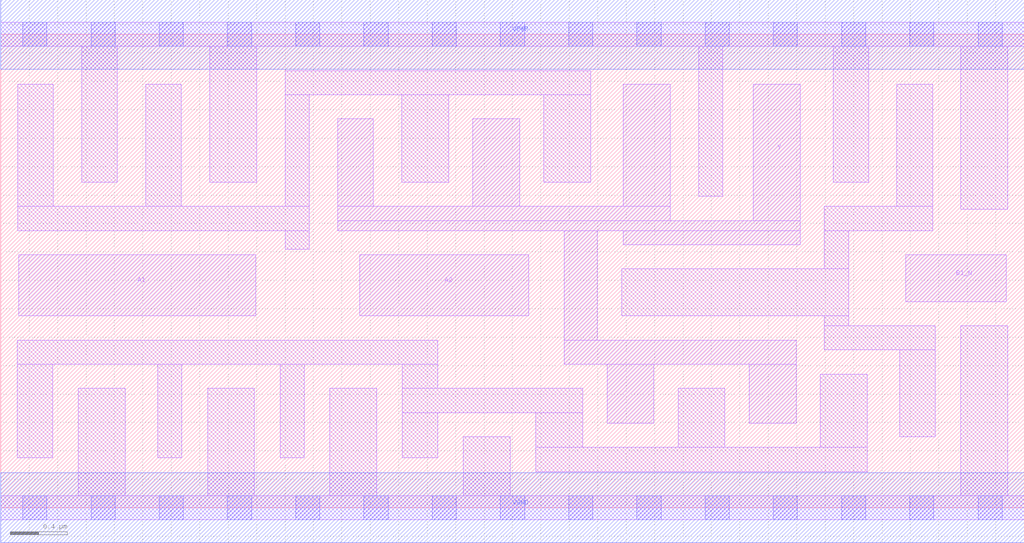
<source format=lef>
# Copyright 2020 The SkyWater PDK Authors
#
# Licensed under the Apache License, Version 2.0 (the "License");
# you may not use this file except in compliance with the License.
# You may obtain a copy of the License at
#
#     https://www.apache.org/licenses/LICENSE-2.0
#
# Unless required by applicable law or agreed to in writing, software
# distributed under the License is distributed on an "AS IS" BASIS,
# WITHOUT WARRANTIES OR CONDITIONS OF ANY KIND, either express or implied.
# See the License for the specific language governing permissions and
# limitations under the License.
#
# SPDX-License-Identifier: Apache-2.0

VERSION 5.5 ;
NAMESCASESENSITIVE ON ;
BUSBITCHARS "[]" ;
DIVIDERCHAR "/" ;
MACRO sky130_fd_sc_ls__o21bai_4
  CLASS CORE ;
  SOURCE USER ;
  ORIGIN  0.000000  0.000000 ;
  SIZE  7.200000 BY  3.330000 ;
  SYMMETRY X Y ;
  SITE unit ;
  PIN A1
    ANTENNAGATEAREA  1.116000 ;
    DIRECTION INPUT ;
    USE SIGNAL ;
    PORT
      LAYER li1 ;
        RECT 0.125000 1.350000 1.795000 1.780000 ;
    END
  END A1
  PIN A2
    ANTENNAGATEAREA  1.116000 ;
    DIRECTION INPUT ;
    USE SIGNAL ;
    PORT
      LAYER li1 ;
        RECT 2.525000 1.350000 3.715000 1.780000 ;
    END
  END A2
  PIN B1_N
    ANTENNAGATEAREA  0.363000 ;
    DIRECTION INPUT ;
    USE SIGNAL ;
    PORT
      LAYER li1 ;
        RECT 6.365000 1.450000 7.075000 1.780000 ;
    END
  END B1_N
  PIN Y
    ANTENNADIFFAREA  1.855000 ;
    DIRECTION OUTPUT ;
    USE SIGNAL ;
    PORT
      LAYER li1 ;
        RECT 2.370000 1.950000 5.625000 2.020000 ;
        RECT 2.370000 2.020000 4.710000 2.120000 ;
        RECT 2.370000 2.120000 2.620000 2.735000 ;
        RECT 3.320000 2.120000 3.650000 2.735000 ;
        RECT 3.965000 1.010000 5.595000 1.180000 ;
        RECT 3.965000 1.180000 4.195000 1.950000 ;
        RECT 4.265000 0.595000 4.595000 1.010000 ;
        RECT 4.380000 1.850000 5.625000 1.950000 ;
        RECT 4.380000 2.120000 4.710000 2.980000 ;
        RECT 5.265000 0.595000 5.595000 1.010000 ;
        RECT 5.295000 2.020000 5.625000 2.980000 ;
    END
  END Y
  PIN VGND
    DIRECTION INOUT ;
    SHAPE ABUTMENT ;
    USE GROUND ;
    PORT
      LAYER met1 ;
        RECT 0.000000 -0.245000 7.200000 0.245000 ;
    END
  END VGND
  PIN VNB
    DIRECTION INOUT ;
    USE GROUND ;
    PORT
    END
  END VNB
  PIN VPB
    DIRECTION INOUT ;
    USE POWER ;
    PORT
    END
  END VPB
  PIN VPWR
    DIRECTION INOUT ;
    SHAPE ABUTMENT ;
    USE POWER ;
    PORT
      LAYER met1 ;
        RECT 0.000000 3.085000 7.200000 3.575000 ;
    END
  END VPWR
  OBS
    LAYER li1 ;
      RECT 0.000000 -0.085000 7.200000 0.085000 ;
      RECT 0.000000  3.245000 7.200000 3.415000 ;
      RECT 0.115000  0.350000 0.365000 1.010000 ;
      RECT 0.115000  1.010000 3.075000 1.180000 ;
      RECT 0.120000  1.950000 2.170000 2.120000 ;
      RECT 0.120000  2.120000 0.370000 2.980000 ;
      RECT 0.545000  0.085000 0.875000 0.840000 ;
      RECT 0.570000  2.290000 0.820000 3.245000 ;
      RECT 1.020000  2.120000 1.270000 2.980000 ;
      RECT 1.105000  0.350000 1.275000 1.010000 ;
      RECT 1.455000  0.085000 1.785000 0.840000 ;
      RECT 1.470000  2.290000 1.800000 3.245000 ;
      RECT 1.965000  0.350000 2.135000 1.010000 ;
      RECT 2.000000  1.820000 2.170000 1.950000 ;
      RECT 2.000000  2.120000 2.170000 2.905000 ;
      RECT 2.000000  2.905000 4.150000 3.075000 ;
      RECT 2.315000  0.085000 2.645000 0.840000 ;
      RECT 2.820000  2.290000 3.150000 2.905000 ;
      RECT 2.825000  0.350000 3.075000 0.670000 ;
      RECT 2.825000  0.670000 4.095000 0.840000 ;
      RECT 2.825000  0.840000 3.075000 1.010000 ;
      RECT 3.255000  0.085000 3.585000 0.500000 ;
      RECT 3.765000  0.255000 6.095000 0.425000 ;
      RECT 3.765000  0.425000 4.095000 0.670000 ;
      RECT 3.820000  2.290000 4.150000 2.905000 ;
      RECT 4.370000  1.350000 5.965000 1.680000 ;
      RECT 4.765000  0.425000 5.095000 0.840000 ;
      RECT 4.910000  2.190000 5.080000 3.245000 ;
      RECT 5.765000  0.425000 6.095000 0.940000 ;
      RECT 5.795000  1.110000 6.575000 1.280000 ;
      RECT 5.795000  1.280000 5.965000 1.350000 ;
      RECT 5.795000  1.680000 5.965000 1.950000 ;
      RECT 5.795000  1.950000 6.555000 2.120000 ;
      RECT 5.855000  2.290000 6.105000 3.245000 ;
      RECT 6.305000  2.120000 6.555000 2.980000 ;
      RECT 6.325000  0.500000 6.575000 1.110000 ;
      RECT 6.755000  0.085000 7.085000 1.280000 ;
      RECT 6.755000  2.100000 7.085000 3.245000 ;
    LAYER mcon ;
      RECT 0.155000 -0.085000 0.325000 0.085000 ;
      RECT 0.155000  3.245000 0.325000 3.415000 ;
      RECT 0.635000 -0.085000 0.805000 0.085000 ;
      RECT 0.635000  3.245000 0.805000 3.415000 ;
      RECT 1.115000 -0.085000 1.285000 0.085000 ;
      RECT 1.115000  3.245000 1.285000 3.415000 ;
      RECT 1.595000 -0.085000 1.765000 0.085000 ;
      RECT 1.595000  3.245000 1.765000 3.415000 ;
      RECT 2.075000 -0.085000 2.245000 0.085000 ;
      RECT 2.075000  3.245000 2.245000 3.415000 ;
      RECT 2.555000 -0.085000 2.725000 0.085000 ;
      RECT 2.555000  3.245000 2.725000 3.415000 ;
      RECT 3.035000 -0.085000 3.205000 0.085000 ;
      RECT 3.035000  3.245000 3.205000 3.415000 ;
      RECT 3.515000 -0.085000 3.685000 0.085000 ;
      RECT 3.515000  3.245000 3.685000 3.415000 ;
      RECT 3.995000 -0.085000 4.165000 0.085000 ;
      RECT 3.995000  3.245000 4.165000 3.415000 ;
      RECT 4.475000 -0.085000 4.645000 0.085000 ;
      RECT 4.475000  3.245000 4.645000 3.415000 ;
      RECT 4.955000 -0.085000 5.125000 0.085000 ;
      RECT 4.955000  3.245000 5.125000 3.415000 ;
      RECT 5.435000 -0.085000 5.605000 0.085000 ;
      RECT 5.435000  3.245000 5.605000 3.415000 ;
      RECT 5.915000 -0.085000 6.085000 0.085000 ;
      RECT 5.915000  3.245000 6.085000 3.415000 ;
      RECT 6.395000 -0.085000 6.565000 0.085000 ;
      RECT 6.395000  3.245000 6.565000 3.415000 ;
      RECT 6.875000 -0.085000 7.045000 0.085000 ;
      RECT 6.875000  3.245000 7.045000 3.415000 ;
  END
END sky130_fd_sc_ls__o21bai_4
END LIBRARY

</source>
